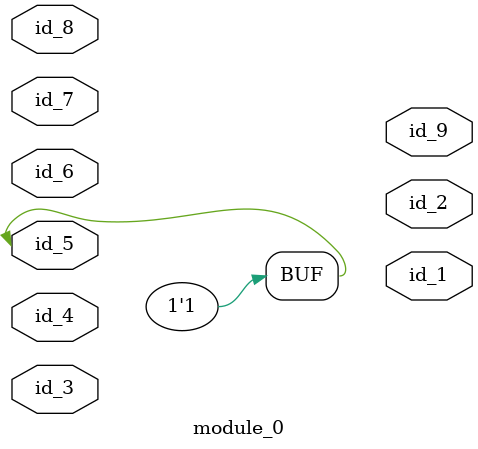
<source format=v>
module module_0 (
    id_1,
    id_2,
    id_3,
    id_4,
    id_5,
    id_6,
    id_7,
    id_8,
    id_9
);
  output id_9;
  input id_8;
  input id_7;
  input id_6;
  inout id_5;
  input id_4;
  inout id_3;
  output id_2;
  output id_1;
  assign id_5 = 1;
endmodule

</source>
